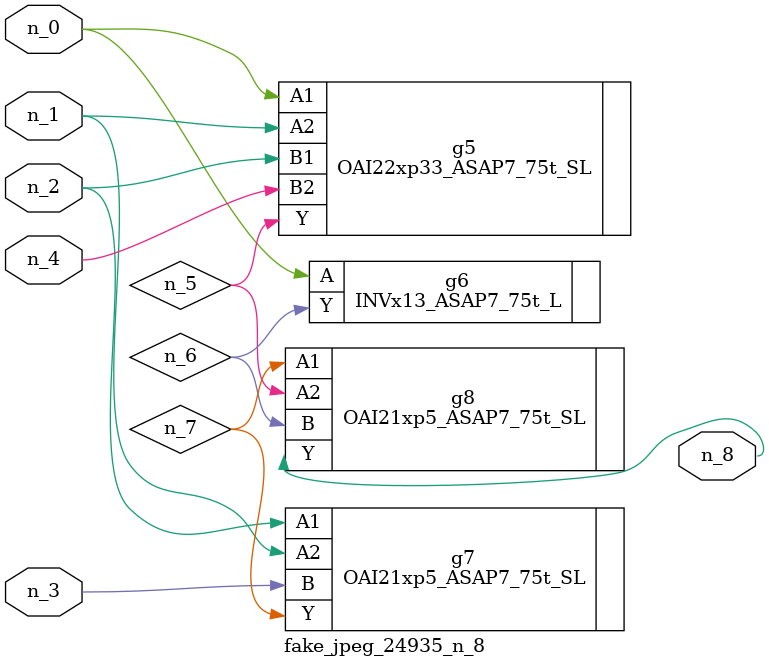
<source format=v>
module fake_jpeg_24935_n_8 (n_3, n_2, n_1, n_0, n_4, n_8);

input n_3;
input n_2;
input n_1;
input n_0;
input n_4;

output n_8;

wire n_6;
wire n_5;
wire n_7;

OAI22xp33_ASAP7_75t_SL g5 ( 
.A1(n_0),
.A2(n_1),
.B1(n_2),
.B2(n_4),
.Y(n_5)
);

INVx13_ASAP7_75t_L g6 ( 
.A(n_0),
.Y(n_6)
);

OAI21xp5_ASAP7_75t_SL g7 ( 
.A1(n_2),
.A2(n_1),
.B(n_3),
.Y(n_7)
);

OAI21xp5_ASAP7_75t_SL g8 ( 
.A1(n_7),
.A2(n_5),
.B(n_6),
.Y(n_8)
);


endmodule
</source>
